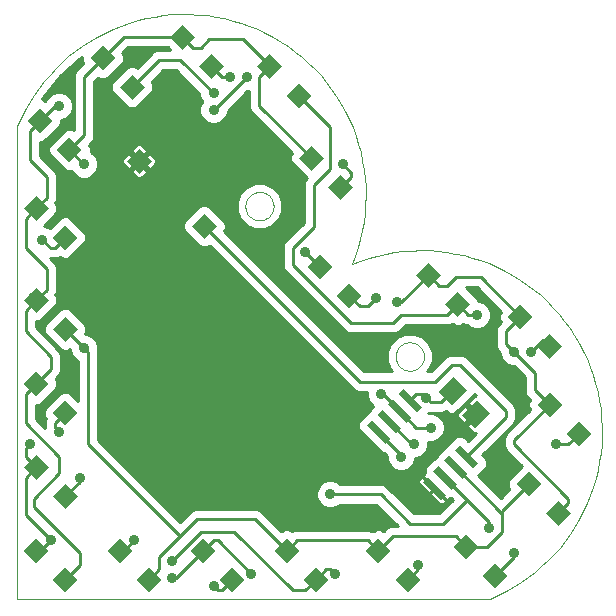
<source format=gbl>
G75*
G70*
%OFA0B0*%
%FSLAX24Y24*%
%IPPOS*%
%LPD*%
%AMOC8*
5,1,8,0,0,1.08239X$1,22.5*
%
%ADD10C,0.0000*%
%ADD11R,0.0591X0.0591*%
%ADD12R,0.0630X0.0709*%
%ADD13R,0.0240X0.0870*%
%ADD14C,0.0100*%
%ADD15C,0.0357*%
D10*
X009756Y010038D02*
X025504Y010038D01*
X025771Y010155D01*
X026032Y010285D01*
X026287Y010428D01*
X026534Y010582D01*
X026773Y010749D01*
X027005Y010927D01*
X027227Y011115D01*
X027440Y011315D01*
X027643Y011524D01*
X027835Y011743D01*
X028017Y011971D01*
X028188Y012207D01*
X028347Y012452D01*
X028494Y012704D01*
X028629Y012962D01*
X028751Y013227D01*
X028860Y013498D01*
X028956Y013773D01*
X029038Y014053D01*
X029107Y014336D01*
X029162Y014622D01*
X029203Y014911D01*
X029231Y015201D01*
X029244Y015493D01*
X029243Y015784D01*
X029228Y016076D01*
X029199Y016366D01*
X029156Y016654D01*
X029099Y016940D01*
X029028Y017223D01*
X028944Y017502D01*
X028846Y017777D01*
X028735Y018047D01*
X028611Y018311D01*
X028475Y018568D01*
X028326Y018819D01*
X028166Y019063D01*
X027994Y019298D01*
X027810Y019525D01*
X027616Y019743D01*
X027412Y019951D01*
X027198Y020148D01*
X026974Y020336D01*
X026742Y020512D01*
X026501Y020677D01*
X026253Y020830D01*
X025998Y020971D01*
X025736Y021099D01*
X025468Y021215D01*
X025195Y021317D01*
X024918Y021407D01*
X024636Y021482D01*
X024351Y021544D01*
X024063Y021592D01*
X023774Y021627D01*
X023483Y021647D01*
X023191Y021653D01*
X022900Y021645D01*
X022609Y021623D01*
X022320Y021587D01*
X022032Y021537D01*
X021748Y021473D01*
X021467Y021395D01*
X021190Y021304D01*
X020917Y021200D01*
X017357Y023123D02*
X017359Y023166D01*
X017365Y023208D01*
X017375Y023250D01*
X017388Y023291D01*
X017405Y023331D01*
X017426Y023368D01*
X017450Y023404D01*
X017477Y023437D01*
X017507Y023468D01*
X017540Y023496D01*
X017575Y023521D01*
X017612Y023542D01*
X017651Y023560D01*
X017691Y023574D01*
X017733Y023585D01*
X017775Y023592D01*
X017818Y023595D01*
X017861Y023594D01*
X017904Y023589D01*
X017946Y023580D01*
X017987Y023568D01*
X018027Y023552D01*
X018065Y023532D01*
X018101Y023509D01*
X018135Y023482D01*
X018167Y023453D01*
X018195Y023421D01*
X018221Y023386D01*
X018243Y023350D01*
X018262Y023311D01*
X018277Y023271D01*
X018289Y023230D01*
X018297Y023187D01*
X018301Y023144D01*
X018301Y023102D01*
X018297Y023059D01*
X018289Y023016D01*
X018277Y022975D01*
X018262Y022935D01*
X018243Y022896D01*
X018221Y022860D01*
X018195Y022825D01*
X018167Y022793D01*
X018135Y022764D01*
X018101Y022737D01*
X018065Y022714D01*
X018027Y022694D01*
X017987Y022678D01*
X017946Y022666D01*
X017904Y022657D01*
X017861Y022652D01*
X017818Y022651D01*
X017775Y022654D01*
X017733Y022661D01*
X017691Y022672D01*
X017651Y022686D01*
X017612Y022704D01*
X017575Y022725D01*
X017540Y022750D01*
X017507Y022778D01*
X017477Y022809D01*
X017450Y022842D01*
X017426Y022878D01*
X017405Y022915D01*
X017388Y022955D01*
X017375Y022996D01*
X017365Y023038D01*
X017359Y023080D01*
X017357Y023123D01*
X020918Y021199D02*
X021022Y021472D01*
X021113Y021749D01*
X021191Y022030D01*
X021255Y022314D01*
X021305Y022602D01*
X021341Y022891D01*
X021363Y023182D01*
X021371Y023473D01*
X021365Y023765D01*
X021345Y024056D01*
X021310Y024345D01*
X021262Y024633D01*
X021200Y024918D01*
X021125Y025200D01*
X021035Y025477D01*
X020933Y025750D01*
X020817Y026018D01*
X020689Y026280D01*
X020548Y026535D01*
X020395Y026783D01*
X020230Y027024D01*
X020054Y027256D01*
X019866Y027480D01*
X019669Y027694D01*
X019461Y027898D01*
X019243Y028092D01*
X019016Y028276D01*
X018781Y028448D01*
X018537Y028608D01*
X018286Y028757D01*
X018029Y028893D01*
X017765Y029017D01*
X017495Y029128D01*
X017220Y029226D01*
X016941Y029310D01*
X016658Y029381D01*
X016372Y029438D01*
X016084Y029481D01*
X015794Y029510D01*
X015502Y029525D01*
X015211Y029526D01*
X014919Y029513D01*
X014629Y029485D01*
X014340Y029444D01*
X014054Y029389D01*
X013771Y029320D01*
X013491Y029238D01*
X013216Y029142D01*
X012945Y029033D01*
X012680Y028911D01*
X012422Y028776D01*
X012170Y028629D01*
X011925Y028470D01*
X011689Y028299D01*
X011461Y028117D01*
X011242Y027925D01*
X011033Y027722D01*
X010833Y027509D01*
X010645Y027287D01*
X010467Y027055D01*
X010300Y026816D01*
X010146Y026569D01*
X010003Y026314D01*
X009873Y026053D01*
X009756Y025786D01*
X009756Y010038D01*
X022368Y018112D02*
X022370Y018155D01*
X022376Y018197D01*
X022386Y018239D01*
X022399Y018280D01*
X022416Y018320D01*
X022437Y018357D01*
X022461Y018393D01*
X022488Y018426D01*
X022518Y018457D01*
X022551Y018485D01*
X022586Y018510D01*
X022623Y018531D01*
X022662Y018549D01*
X022702Y018563D01*
X022744Y018574D01*
X022786Y018581D01*
X022829Y018584D01*
X022872Y018583D01*
X022915Y018578D01*
X022957Y018569D01*
X022998Y018557D01*
X023038Y018541D01*
X023076Y018521D01*
X023112Y018498D01*
X023146Y018471D01*
X023178Y018442D01*
X023206Y018410D01*
X023232Y018375D01*
X023254Y018339D01*
X023273Y018300D01*
X023288Y018260D01*
X023300Y018219D01*
X023308Y018176D01*
X023312Y018133D01*
X023312Y018091D01*
X023308Y018048D01*
X023300Y018005D01*
X023288Y017964D01*
X023273Y017924D01*
X023254Y017885D01*
X023232Y017849D01*
X023206Y017814D01*
X023178Y017782D01*
X023146Y017753D01*
X023112Y017726D01*
X023076Y017703D01*
X023038Y017683D01*
X022998Y017667D01*
X022957Y017655D01*
X022915Y017646D01*
X022872Y017641D01*
X022829Y017640D01*
X022786Y017643D01*
X022744Y017650D01*
X022702Y017661D01*
X022662Y017675D01*
X022623Y017693D01*
X022586Y017714D01*
X022551Y017739D01*
X022518Y017767D01*
X022488Y017798D01*
X022461Y017831D01*
X022437Y017867D01*
X022416Y017904D01*
X022399Y017944D01*
X022386Y017985D01*
X022376Y018027D01*
X022370Y018069D01*
X022368Y018112D01*
D11*
G36*
X020405Y020130D02*
X020822Y020547D01*
X021239Y020130D01*
X020822Y019713D01*
X020405Y020130D01*
G37*
G36*
X019431Y021104D02*
X019848Y021521D01*
X020265Y021104D01*
X019848Y020687D01*
X019431Y021104D01*
G37*
G36*
X020127Y023749D02*
X020544Y024166D01*
X020961Y023749D01*
X020544Y023332D01*
X020127Y023749D01*
G37*
G36*
X019152Y024723D02*
X019569Y025140D01*
X019986Y024723D01*
X019569Y024306D01*
X019152Y024723D01*
G37*
G36*
X018735Y026811D02*
X019152Y027228D01*
X019569Y026811D01*
X019152Y026394D01*
X018735Y026811D01*
G37*
G36*
X017760Y027786D02*
X018177Y028203D01*
X018594Y027786D01*
X018177Y027369D01*
X017760Y027786D01*
G37*
G36*
X015812Y027786D02*
X016229Y028203D01*
X016646Y027786D01*
X016229Y027369D01*
X015812Y027786D01*
G37*
G36*
X014837Y028760D02*
X015254Y029177D01*
X015671Y028760D01*
X015254Y028343D01*
X014837Y028760D01*
G37*
G36*
X013167Y027090D02*
X013584Y027507D01*
X014001Y027090D01*
X013584Y026673D01*
X013167Y027090D01*
G37*
G36*
X012193Y028064D02*
X012610Y028481D01*
X013027Y028064D01*
X012610Y027647D01*
X012193Y028064D01*
G37*
G36*
X010105Y025976D02*
X010522Y026393D01*
X010939Y025976D01*
X010522Y025559D01*
X010105Y025976D01*
G37*
G36*
X011079Y025002D02*
X011496Y025419D01*
X011913Y025002D01*
X011496Y024585D01*
X011079Y025002D01*
G37*
G36*
X009966Y023053D02*
X010383Y023470D01*
X010800Y023053D01*
X010383Y022636D01*
X009966Y023053D01*
G37*
G36*
X010940Y022079D02*
X011357Y022496D01*
X011774Y022079D01*
X011357Y021662D01*
X010940Y022079D01*
G37*
G36*
X009966Y019991D02*
X010383Y020408D01*
X010800Y019991D01*
X010383Y019574D01*
X009966Y019991D01*
G37*
G36*
X010940Y019016D02*
X011357Y019433D01*
X011774Y019016D01*
X011357Y018599D01*
X010940Y019016D01*
G37*
G36*
X009966Y017207D02*
X010383Y017624D01*
X010800Y017207D01*
X010383Y016790D01*
X009966Y017207D01*
G37*
G36*
X010940Y016233D02*
X011357Y016650D01*
X011774Y016233D01*
X011357Y015816D01*
X010940Y016233D01*
G37*
G36*
X009966Y014423D02*
X010383Y014840D01*
X010800Y014423D01*
X010383Y014006D01*
X009966Y014423D01*
G37*
G36*
X010940Y013449D02*
X011357Y013866D01*
X011774Y013449D01*
X011357Y013032D01*
X010940Y013449D01*
G37*
G36*
X009966Y011639D02*
X010383Y012056D01*
X010800Y011639D01*
X010383Y011222D01*
X009966Y011639D01*
G37*
G36*
X010940Y010665D02*
X011357Y011082D01*
X011774Y010665D01*
X011357Y010248D01*
X010940Y010665D01*
G37*
G36*
X012749Y011639D02*
X013166Y012056D01*
X013583Y011639D01*
X013166Y011222D01*
X012749Y011639D01*
G37*
G36*
X013724Y010665D02*
X014141Y011082D01*
X014558Y010665D01*
X014141Y010248D01*
X013724Y010665D01*
G37*
G36*
X015533Y011639D02*
X015950Y012056D01*
X016367Y011639D01*
X015950Y011222D01*
X015533Y011639D01*
G37*
G36*
X016508Y010665D02*
X016925Y011082D01*
X017342Y010665D01*
X016925Y010248D01*
X016508Y010665D01*
G37*
G36*
X018317Y011639D02*
X018734Y012056D01*
X019151Y011639D01*
X018734Y011222D01*
X018317Y011639D01*
G37*
G36*
X019292Y010665D02*
X019709Y011082D01*
X020126Y010665D01*
X019709Y010248D01*
X019292Y010665D01*
G37*
G36*
X021380Y011639D02*
X021797Y012056D01*
X022214Y011639D01*
X021797Y011222D01*
X021380Y011639D01*
G37*
G36*
X022354Y010665D02*
X022771Y011082D01*
X023188Y010665D01*
X022771Y010248D01*
X022354Y010665D01*
G37*
G36*
X024303Y011778D02*
X024720Y012195D01*
X025137Y011778D01*
X024720Y011361D01*
X024303Y011778D01*
G37*
G36*
X025277Y010804D02*
X025694Y011221D01*
X026111Y010804D01*
X025694Y010387D01*
X025277Y010804D01*
G37*
G36*
X027365Y012892D02*
X027782Y013309D01*
X028199Y012892D01*
X027782Y012475D01*
X027365Y012892D01*
G37*
G36*
X026391Y013866D02*
X026808Y014283D01*
X027225Y013866D01*
X026808Y013449D01*
X026391Y013866D01*
G37*
G36*
X028061Y015537D02*
X028478Y015954D01*
X028895Y015537D01*
X028478Y015120D01*
X028061Y015537D01*
G37*
G36*
X027086Y016511D02*
X027503Y016928D01*
X027920Y016511D01*
X027503Y016094D01*
X027086Y016511D01*
G37*
G36*
X027087Y018460D02*
X027504Y018877D01*
X027921Y018460D01*
X027504Y018043D01*
X027087Y018460D01*
G37*
G36*
X026112Y019434D02*
X026529Y019851D01*
X026946Y019434D01*
X026529Y019017D01*
X026112Y019434D01*
G37*
G36*
X024024Y019852D02*
X024441Y020269D01*
X024858Y019852D01*
X024441Y019435D01*
X024024Y019852D01*
G37*
G36*
X023050Y020826D02*
X023467Y021243D01*
X023884Y020826D01*
X023467Y020409D01*
X023050Y020826D01*
G37*
G36*
X015992Y022037D02*
X015575Y022454D01*
X015992Y022871D01*
X016409Y022454D01*
X015992Y022037D01*
G37*
G36*
X013821Y024209D02*
X013404Y024626D01*
X013821Y025043D01*
X014238Y024626D01*
X013821Y024209D01*
G37*
D12*
G36*
X024233Y016497D02*
X023787Y016943D01*
X024287Y017443D01*
X024733Y016997D01*
X024233Y016497D01*
G37*
G36*
X025013Y015718D02*
X024567Y016164D01*
X025067Y016664D01*
X025513Y016218D01*
X025013Y015718D01*
G37*
D13*
G36*
X024337Y015000D02*
X024507Y015170D01*
X025121Y014556D01*
X024951Y014386D01*
X024337Y015000D01*
G37*
G36*
X023983Y014647D02*
X024153Y014817D01*
X024767Y014203D01*
X024597Y014033D01*
X023983Y014647D01*
G37*
G36*
X023630Y014293D02*
X023800Y014463D01*
X024414Y013849D01*
X024244Y013679D01*
X023630Y014293D01*
G37*
G36*
X023276Y013940D02*
X023446Y014110D01*
X024060Y013496D01*
X023890Y013326D01*
X023276Y013940D01*
G37*
G36*
X021402Y015814D02*
X021572Y015984D01*
X022186Y015370D01*
X022016Y015200D01*
X021402Y015814D01*
G37*
G36*
X021756Y016167D02*
X021926Y016337D01*
X022540Y015723D01*
X022370Y015553D01*
X021756Y016167D01*
G37*
G36*
X022109Y016521D02*
X022279Y016691D01*
X022893Y016077D01*
X022723Y015907D01*
X022109Y016521D01*
G37*
G36*
X022463Y016874D02*
X022633Y017044D01*
X023247Y016430D01*
X023077Y016260D01*
X022463Y016874D01*
G37*
D14*
X022855Y016652D02*
X023062Y016859D01*
X023258Y016859D01*
X023397Y016720D01*
X023536Y016581D01*
X023871Y016581D01*
X024260Y016970D01*
X024688Y016542D02*
X024759Y016542D01*
X024746Y016555D02*
X025040Y016261D01*
X024969Y016191D01*
X024676Y016484D01*
X024446Y016255D01*
X024427Y016221D01*
X024417Y016183D01*
X024417Y016143D01*
X024427Y016105D01*
X024446Y016071D01*
X024648Y015869D01*
X024969Y016191D01*
X025040Y016120D01*
X024718Y015799D01*
X024920Y015598D01*
X024954Y015578D01*
X024992Y015568D01*
X025032Y015568D01*
X025039Y015570D01*
X024778Y015309D01*
X024670Y015417D01*
X024564Y015461D01*
X024448Y015461D01*
X024342Y015417D01*
X024091Y015165D01*
X024061Y015093D01*
X023988Y015063D01*
X023737Y014812D01*
X023707Y014740D01*
X023635Y014710D01*
X023383Y014458D01*
X023339Y014352D01*
X023339Y014236D01*
X023345Y014222D01*
X023262Y014139D01*
X023668Y013732D01*
X023654Y013718D01*
X023247Y014124D01*
X023156Y014033D01*
X023136Y013998D01*
X023126Y013960D01*
X023126Y013921D01*
X023136Y013883D01*
X023156Y013848D01*
X023470Y013534D01*
X023654Y013718D01*
X023668Y013703D01*
X023484Y013520D01*
X023799Y013205D01*
X023833Y013186D01*
X023871Y013175D01*
X023911Y013175D01*
X023949Y013186D01*
X023983Y013205D01*
X024075Y013297D01*
X023668Y013703D01*
X023682Y013718D01*
X024089Y013311D01*
X024172Y013395D01*
X024187Y013389D01*
X024167Y013389D01*
X024187Y013389D02*
X024223Y013389D01*
X024271Y013341D01*
X023813Y012884D01*
X022981Y012884D01*
X022154Y013711D01*
X022059Y013806D01*
X021934Y013858D01*
X020518Y013858D01*
X020461Y013915D01*
X020289Y013987D01*
X020103Y013987D01*
X019930Y013915D01*
X019799Y013784D01*
X019727Y013611D01*
X019727Y013425D01*
X019799Y013253D01*
X019930Y013121D01*
X020103Y013050D01*
X020289Y013050D01*
X020461Y013121D01*
X020518Y013178D01*
X021725Y013178D01*
X022437Y012466D01*
X022216Y012466D01*
X022212Y012465D01*
X022091Y012415D01*
X021970Y012293D01*
X021961Y012303D01*
X021854Y012347D01*
X021739Y012347D01*
X021632Y012303D01*
X021616Y012286D01*
X021552Y012312D01*
X021516Y012327D01*
X021381Y012327D01*
X019015Y012327D01*
X019011Y012326D01*
X018915Y012286D01*
X018899Y012303D01*
X018792Y012347D01*
X018677Y012347D01*
X018570Y012303D01*
X018561Y012293D01*
X017978Y012876D01*
X017883Y012971D01*
X017758Y013023D01*
X015674Y013023D01*
X015549Y012971D01*
X015453Y012876D01*
X015185Y012607D01*
X012462Y015329D01*
X012462Y018183D01*
X012462Y018319D01*
X012452Y018345D01*
X012452Y018483D01*
X012380Y018655D01*
X012249Y018787D01*
X012076Y018858D01*
X012023Y018858D01*
X012064Y018959D01*
X012064Y019074D01*
X012020Y019181D01*
X011521Y019680D01*
X011415Y019724D01*
X011299Y019724D01*
X011193Y019680D01*
X010694Y019181D01*
X010649Y019074D01*
X010649Y018959D01*
X010694Y018852D01*
X011193Y018353D01*
X011299Y018309D01*
X011415Y018309D01*
X011515Y018350D01*
X011515Y018297D01*
X011586Y018125D01*
X011718Y017993D01*
X011783Y017966D01*
X011783Y016635D01*
X011521Y016896D01*
X011415Y016940D01*
X011299Y016940D01*
X011193Y016896D01*
X010694Y016397D01*
X010649Y016290D01*
X010649Y016175D01*
X010694Y016068D01*
X010710Y016052D01*
X010669Y015952D01*
X010669Y015813D01*
X010669Y015731D01*
X010375Y016025D01*
X010375Y016499D01*
X010440Y016499D01*
X010547Y016543D01*
X011046Y017043D01*
X011090Y017149D01*
X011090Y017265D01*
X011046Y017371D01*
X011037Y017380D01*
X011158Y017501D01*
X011194Y017589D01*
X011210Y017626D01*
X011783Y017626D01*
X011783Y017528D02*
X011169Y017528D01*
X011210Y017626D02*
X011210Y018044D01*
X011210Y018179D01*
X011195Y018215D01*
X011158Y018304D01*
X010375Y019088D01*
X010375Y019283D01*
X010440Y019283D01*
X010547Y019327D01*
X011046Y019826D01*
X011090Y019933D01*
X011090Y020048D01*
X011046Y020155D01*
X011029Y020172D01*
X011055Y020234D01*
X011071Y020271D01*
X011071Y021102D01*
X011019Y021227D01*
X010923Y021323D01*
X010855Y021391D01*
X010937Y021391D01*
X011077Y021391D01*
X011114Y021406D01*
X011176Y021432D01*
X011193Y021415D01*
X011299Y021371D01*
X011415Y021371D01*
X011521Y021415D01*
X012020Y021914D01*
X012064Y022021D01*
X012064Y022136D01*
X012020Y022243D01*
X011521Y022742D01*
X011415Y022786D01*
X011299Y022786D01*
X011193Y022742D01*
X010857Y022406D01*
X010857Y022406D01*
X010685Y022477D01*
X010635Y022477D01*
X011046Y022889D01*
X011090Y022995D01*
X011090Y023111D01*
X011046Y023217D01*
X011029Y023234D01*
X011055Y023296D01*
X011071Y023333D01*
X011071Y024165D01*
X011054Y024203D01*
X011019Y024290D01*
X010514Y024795D01*
X010514Y025269D01*
X010579Y025269D01*
X010686Y025313D01*
X011185Y025812D01*
X011229Y025918D01*
X011229Y025995D01*
X011241Y025995D01*
X011413Y026066D01*
X011545Y026198D01*
X011617Y026370D01*
X011617Y026556D01*
X011545Y026729D01*
X011413Y026860D01*
X011241Y026932D01*
X011055Y026932D01*
X010883Y026860D01*
X010751Y026729D01*
X010721Y026656D01*
X010695Y026630D01*
X010686Y026640D01*
X010579Y026684D01*
X010572Y026684D01*
X010643Y026804D01*
X011189Y027466D01*
X011828Y028040D01*
X011902Y028089D01*
X011902Y028006D01*
X011946Y027900D01*
X011955Y027891D01*
X011695Y027630D01*
X011643Y027505D01*
X011643Y027370D01*
X011643Y025672D01*
X011554Y025709D01*
X011438Y025709D01*
X011332Y025665D01*
X010833Y025166D01*
X010789Y025059D01*
X010789Y024944D01*
X010833Y024837D01*
X011332Y024338D01*
X011438Y024294D01*
X011554Y024294D01*
X011566Y024299D01*
X011586Y024249D01*
X011718Y024117D01*
X011890Y024046D01*
X012076Y024046D01*
X012249Y024117D01*
X012380Y024249D01*
X012452Y024421D01*
X012452Y024608D01*
X012380Y024780D01*
X012249Y024912D01*
X012199Y024932D01*
X012204Y024944D01*
X012204Y025059D01*
X012160Y025166D01*
X012150Y025175D01*
X012272Y025296D01*
X012308Y025384D01*
X012323Y025421D01*
X012323Y027297D01*
X012436Y027410D01*
X012445Y027401D01*
X012552Y027356D01*
X012667Y027356D01*
X012774Y027401D01*
X013273Y027900D01*
X013317Y028006D01*
X013317Y028122D01*
X013273Y028228D01*
X013264Y028237D01*
X013446Y028420D01*
X014767Y028420D01*
X014852Y028334D01*
X014421Y028334D01*
X014296Y028283D01*
X014201Y028187D01*
X013757Y027744D01*
X013748Y027753D01*
X013642Y027797D01*
X013526Y027797D01*
X013420Y027753D01*
X012921Y027254D01*
X012876Y027147D01*
X012876Y027032D01*
X012921Y026925D01*
X013420Y026426D01*
X013526Y026382D01*
X013642Y026382D01*
X013748Y026426D01*
X014247Y026925D01*
X014292Y027032D01*
X014292Y027147D01*
X014247Y027254D01*
X014238Y027263D01*
X014630Y027654D01*
X015044Y027654D01*
X015830Y026869D01*
X015830Y026788D01*
X015901Y026616D01*
X015914Y026603D01*
X015901Y026589D01*
X015830Y026417D01*
X015830Y026231D01*
X015901Y026059D01*
X016033Y025927D01*
X016205Y025856D01*
X016391Y025856D01*
X016564Y025927D01*
X016695Y026059D01*
X016767Y026231D01*
X016767Y026312D01*
X017424Y026969D01*
X017489Y026969D01*
X017489Y026531D01*
X017489Y026396D01*
X017541Y026271D01*
X018915Y024897D01*
X018906Y024888D01*
X018862Y024781D01*
X018862Y024666D01*
X018906Y024559D01*
X019402Y024063D01*
X019351Y024011D01*
X019299Y023886D01*
X019299Y023751D01*
X019299Y022567D01*
X018655Y021923D01*
X018618Y021834D01*
X018603Y021798D01*
X018603Y021663D01*
X018603Y021106D01*
X018655Y020981D01*
X018750Y020886D01*
X020604Y019033D01*
X020699Y018937D01*
X020824Y018885D01*
X022351Y018885D01*
X022476Y018937D01*
X022572Y019033D01*
X022703Y019164D01*
X024161Y019164D01*
X024198Y019179D01*
X024260Y019205D01*
X024277Y019188D01*
X024384Y019144D01*
X024499Y019144D01*
X024605Y019188D01*
X024622Y019205D01*
X024721Y019164D01*
X024745Y019164D01*
X024802Y019106D01*
X024974Y019035D01*
X025161Y019035D01*
X025333Y019106D01*
X025465Y019238D01*
X025536Y019410D01*
X025536Y019597D01*
X025865Y019597D01*
X025866Y019598D02*
X025822Y019492D01*
X025822Y019376D01*
X025866Y019270D01*
X025875Y019261D01*
X025754Y019139D01*
X025703Y019018D01*
X025702Y019014D01*
X025702Y018597D01*
X025702Y018462D01*
X025754Y018337D01*
X025852Y018238D01*
X025852Y018158D01*
X025923Y017986D01*
X026055Y017854D01*
X026227Y017782D01*
X026308Y017782D01*
X026676Y017414D01*
X026676Y016930D01*
X026694Y016889D01*
X026728Y016806D01*
X026849Y016684D01*
X026840Y016675D01*
X026796Y016569D01*
X026796Y016453D01*
X026840Y016347D01*
X026849Y016337D01*
X026128Y015616D01*
X026032Y015520D01*
X025980Y015395D01*
X025980Y015121D01*
X026032Y014996D01*
X026128Y014900D01*
X026571Y014457D01*
X026144Y014030D01*
X026100Y013924D01*
X026100Y013809D01*
X026144Y013702D01*
X026153Y013693D01*
X025871Y013410D01*
X025128Y014153D01*
X025367Y014391D01*
X025411Y014498D01*
X025411Y014613D01*
X025367Y014720D01*
X025259Y014828D01*
X026308Y015877D01*
X026330Y015899D01*
X026382Y016024D01*
X026382Y016370D01*
X026330Y016495D01*
X026234Y016590D01*
X024799Y018026D01*
X024703Y018121D01*
X024578Y018173D01*
X024165Y018173D01*
X024040Y018121D01*
X023944Y018026D01*
X023944Y018026D01*
X023535Y017616D01*
X023423Y017616D01*
X023487Y017680D01*
X023603Y017960D01*
X023603Y018263D01*
X023487Y018544D01*
X023272Y018758D01*
X022992Y018874D01*
X022689Y018874D01*
X022409Y018758D01*
X022194Y018544D01*
X022078Y018263D01*
X022078Y017960D01*
X022194Y017680D01*
X022257Y017616D01*
X021311Y017616D01*
X016646Y022281D01*
X016656Y022290D01*
X016700Y022397D01*
X016700Y022512D01*
X016656Y022619D01*
X016156Y023118D01*
X016050Y023162D01*
X015934Y023162D01*
X015828Y023118D01*
X015329Y022619D01*
X015285Y022512D01*
X015285Y022397D01*
X015329Y022290D01*
X015828Y021791D01*
X015934Y021747D01*
X016050Y021747D01*
X016156Y021791D01*
X016166Y021800D01*
X020882Y017084D01*
X020978Y016988D01*
X021102Y016936D01*
X021398Y016936D01*
X012462Y016936D01*
X012462Y016838D02*
X021398Y016838D01*
X021398Y016766D02*
X021469Y016594D01*
X021601Y016462D01*
X021628Y016451D01*
X021510Y016332D01*
X021480Y016260D01*
X021407Y016230D01*
X021156Y015979D01*
X021112Y015872D01*
X021112Y015757D01*
X021156Y015650D01*
X021853Y014953D01*
X021959Y014909D01*
X021996Y014909D01*
X022094Y014811D01*
X022094Y014678D01*
X022165Y014506D01*
X022297Y014374D01*
X022469Y014303D01*
X022655Y014303D01*
X022827Y014374D01*
X022959Y014506D01*
X023030Y014678D01*
X023030Y014720D01*
X023073Y014720D01*
X023245Y014791D01*
X023377Y014923D01*
X023448Y015095D01*
X023448Y015277D01*
X023630Y015277D01*
X023802Y015348D01*
X023934Y015480D01*
X024005Y015652D01*
X024005Y015839D01*
X023934Y016011D01*
X023802Y016142D01*
X023630Y016214D01*
X023443Y016214D01*
X023441Y016213D01*
X023469Y016241D01*
X023604Y016241D01*
X023938Y016241D01*
X023976Y016256D01*
X024038Y016282D01*
X024068Y016251D01*
X024175Y016207D01*
X024290Y016207D01*
X024397Y016251D01*
X024979Y016834D01*
X024994Y016869D01*
X025049Y016814D01*
X025048Y016814D01*
X025010Y016804D01*
X024975Y016784D01*
X024746Y016555D01*
X024786Y016641D02*
X024832Y016641D01*
X024885Y016739D02*
X024931Y016739D01*
X024981Y016838D02*
X025025Y016838D01*
X024857Y016444D02*
X024716Y016444D01*
X024635Y016444D02*
X024589Y016444D01*
X024537Y016345D02*
X024491Y016345D01*
X024442Y016247D02*
X024386Y016247D01*
X024417Y016148D02*
X023788Y016148D01*
X023895Y016050D02*
X024468Y016050D01*
X024566Y015951D02*
X023958Y015951D01*
X023999Y015852D02*
X024772Y015852D01*
X024763Y015754D02*
X024005Y015754D01*
X024005Y015655D02*
X024862Y015655D01*
X025026Y015557D02*
X023965Y015557D01*
X023912Y015458D02*
X024442Y015458D01*
X024570Y015458D02*
X024928Y015458D01*
X024829Y015360D02*
X024727Y015360D01*
X024285Y015360D02*
X023813Y015360D01*
X024089Y015163D02*
X023448Y015163D01*
X023448Y015261D02*
X024186Y015261D01*
X023991Y015064D02*
X023435Y015064D01*
X023394Y014966D02*
X023891Y014966D01*
X023792Y014867D02*
X023321Y014867D01*
X023190Y014769D02*
X023719Y014769D01*
X023595Y014670D02*
X023027Y014670D01*
X022986Y014571D02*
X023497Y014571D01*
X023398Y014473D02*
X022926Y014473D01*
X022828Y014374D02*
X023349Y014374D01*
X023339Y014276D02*
X013516Y014276D01*
X013418Y014374D02*
X022296Y014374D01*
X022198Y014473D02*
X013319Y014473D01*
X013220Y014571D02*
X022138Y014571D01*
X022097Y014670D02*
X013122Y014670D01*
X013023Y014769D02*
X022094Y014769D01*
X022038Y014867D02*
X012925Y014867D01*
X012826Y014966D02*
X021840Y014966D01*
X021742Y015064D02*
X012728Y015064D01*
X012629Y015163D02*
X021643Y015163D01*
X021545Y015261D02*
X012531Y015261D01*
X012462Y015360D02*
X021446Y015360D01*
X021348Y015458D02*
X012462Y015458D01*
X012462Y015557D02*
X021249Y015557D01*
X021154Y015655D02*
X012462Y015655D01*
X012462Y015754D02*
X021113Y015754D01*
X021112Y015852D02*
X012462Y015852D01*
X012462Y015951D02*
X021145Y015951D01*
X021227Y016050D02*
X012462Y016050D01*
X012462Y016148D02*
X021326Y016148D01*
X021448Y016247D02*
X012462Y016247D01*
X012462Y016345D02*
X021523Y016345D01*
X021621Y016444D02*
X012462Y016444D01*
X012462Y016542D02*
X021520Y016542D01*
X021449Y016641D02*
X012462Y016641D01*
X012462Y016739D02*
X021409Y016739D01*
X021398Y016766D02*
X021398Y016936D01*
X021170Y017276D02*
X023676Y017276D01*
X024232Y017833D01*
X024511Y017833D01*
X026042Y016302D01*
X026042Y016092D01*
X024729Y014778D01*
X024375Y014425D02*
X025897Y012903D01*
X025903Y012903D01*
X025903Y012961D01*
X026808Y013866D01*
X026389Y014276D02*
X025251Y014276D01*
X025153Y014177D02*
X026291Y014177D01*
X026192Y014079D02*
X025202Y014079D01*
X025301Y013980D02*
X026123Y013980D01*
X026100Y013882D02*
X025399Y013882D01*
X025498Y013783D02*
X026110Y013783D01*
X026145Y013685D02*
X025596Y013685D01*
X025695Y013586D02*
X026046Y013586D01*
X025948Y013487D02*
X025793Y013487D01*
X025903Y012903D02*
X025903Y012266D01*
X025416Y011778D01*
X024720Y011778D01*
X024372Y012126D01*
X022284Y012126D01*
X021797Y011639D01*
X021449Y011987D01*
X019082Y011987D01*
X018734Y011639D01*
X017690Y012683D01*
X015742Y012683D01*
X015185Y012126D01*
X014489Y011430D01*
X014489Y011013D01*
X014141Y010665D01*
X014906Y010734D02*
X015046Y010734D01*
X015950Y011639D01*
X016298Y011987D01*
X016438Y011987D01*
X017551Y010874D01*
X016925Y010665D02*
X016577Y010317D01*
X016438Y010317D01*
X016298Y010456D01*
X014906Y011291D02*
X015881Y012266D01*
X016994Y012266D01*
X018943Y010317D01*
X019361Y010317D01*
X019709Y010665D01*
X020057Y011013D01*
X020196Y011013D01*
X020335Y010874D01*
X021516Y012327D02*
X021516Y012327D01*
X021570Y012305D02*
X021638Y012305D01*
X021955Y012305D02*
X021981Y012305D01*
X022080Y012403D02*
X018451Y012403D01*
X018549Y012305D02*
X018576Y012305D01*
X018352Y012502D02*
X022402Y012502D01*
X022303Y012601D02*
X018254Y012601D01*
X018155Y012699D02*
X022204Y012699D01*
X022106Y012798D02*
X018056Y012798D01*
X017958Y012896D02*
X022007Y012896D01*
X021909Y012995D02*
X017826Y012995D01*
X018893Y012305D02*
X018961Y012305D01*
X019860Y013192D02*
X014600Y013192D01*
X014501Y013290D02*
X019783Y013290D01*
X019742Y013389D02*
X014403Y013389D01*
X014304Y013487D02*
X019727Y013487D01*
X019727Y013586D02*
X014206Y013586D01*
X014107Y013685D02*
X019758Y013685D01*
X019798Y013783D02*
X014009Y013783D01*
X013910Y013882D02*
X019897Y013882D01*
X020087Y013980D02*
X013812Y013980D01*
X013713Y014079D02*
X023202Y014079D01*
X023293Y014079D02*
X023321Y014079D01*
X023300Y014177D02*
X013615Y014177D01*
X014699Y013093D02*
X019998Y013093D01*
X020394Y013093D02*
X021810Y013093D01*
X021866Y013518D02*
X022840Y012544D01*
X023954Y012544D01*
X024752Y013341D01*
X025485Y012608D01*
X025485Y012405D01*
X026320Y011570D02*
X026320Y011430D01*
X025694Y010804D01*
X023826Y012896D02*
X022969Y012896D01*
X022870Y012995D02*
X023924Y012995D01*
X024023Y013093D02*
X022772Y013093D01*
X022673Y013192D02*
X023822Y013192D01*
X023960Y013192D02*
X024121Y013192D01*
X024068Y013290D02*
X024220Y013290D01*
X024011Y013389D02*
X023983Y013389D01*
X023913Y013487D02*
X023884Y013487D01*
X023814Y013586D02*
X023786Y013586D01*
X023716Y013685D02*
X023687Y013685D01*
X023649Y013685D02*
X023621Y013685D01*
X023617Y013783D02*
X023589Y013783D01*
X023519Y013882D02*
X023490Y013882D01*
X023420Y013980D02*
X023392Y013980D01*
X023221Y013783D02*
X022082Y013783D01*
X022181Y013685D02*
X023320Y013685D01*
X023418Y013586D02*
X022279Y013586D01*
X022378Y013487D02*
X023517Y013487D01*
X023522Y013586D02*
X023551Y013586D01*
X023615Y013389D02*
X022476Y013389D01*
X022575Y013290D02*
X023714Y013290D01*
X023137Y013882D02*
X020495Y013882D01*
X020305Y013980D02*
X023131Y013980D01*
X024022Y014071D02*
X024752Y013341D01*
X025350Y014374D02*
X026488Y014374D01*
X026555Y014473D02*
X025401Y014473D01*
X025411Y014571D02*
X026457Y014571D01*
X026358Y014670D02*
X025388Y014670D01*
X025319Y014769D02*
X026260Y014769D01*
X026161Y014867D02*
X025298Y014867D01*
X025397Y014966D02*
X026062Y014966D01*
X026004Y015064D02*
X025495Y015064D01*
X025594Y015163D02*
X025980Y015163D01*
X025980Y015261D02*
X025692Y015261D01*
X025791Y015360D02*
X025980Y015360D01*
X026006Y015458D02*
X025889Y015458D01*
X025988Y015557D02*
X026069Y015557D01*
X026086Y015655D02*
X026167Y015655D01*
X026185Y015754D02*
X026266Y015754D01*
X026284Y015852D02*
X026364Y015852D01*
X026352Y015951D02*
X026463Y015951D01*
X026382Y016050D02*
X026561Y016050D01*
X026660Y016148D02*
X026382Y016148D01*
X026382Y016247D02*
X026758Y016247D01*
X026841Y016345D02*
X026382Y016345D01*
X026351Y016444D02*
X026800Y016444D01*
X026796Y016542D02*
X026283Y016542D01*
X026234Y016590D02*
X026234Y016590D01*
X026184Y016641D02*
X026826Y016641D01*
X026794Y016739D02*
X026085Y016739D01*
X025987Y016838D02*
X026715Y016838D01*
X026676Y016936D02*
X025888Y016936D01*
X025790Y017035D02*
X026676Y017035D01*
X026676Y017134D02*
X025691Y017134D01*
X025593Y017232D02*
X026676Y017232D01*
X026676Y017331D02*
X025494Y017331D01*
X025396Y017429D02*
X026661Y017429D01*
X026563Y017528D02*
X025297Y017528D01*
X025199Y017626D02*
X026464Y017626D01*
X026366Y017725D02*
X025100Y017725D01*
X025001Y017823D02*
X026128Y017823D01*
X025987Y017922D02*
X024903Y017922D01*
X024804Y018020D02*
X025909Y018020D01*
X025868Y018119D02*
X024706Y018119D01*
X024799Y018026D02*
X024799Y018026D01*
X024037Y018119D02*
X023603Y018119D01*
X023603Y018218D02*
X025852Y018218D01*
X025774Y018316D02*
X023581Y018316D01*
X023540Y018415D02*
X025721Y018415D01*
X025702Y018513D02*
X023499Y018513D01*
X023419Y018612D02*
X025702Y018612D01*
X025702Y018710D02*
X023320Y018710D01*
X023150Y018809D02*
X025702Y018809D01*
X025702Y018907D02*
X022405Y018907D01*
X022531Y018809D02*
X020119Y018809D01*
X020217Y018710D02*
X022361Y018710D01*
X022262Y018612D02*
X020316Y018612D01*
X020414Y018513D02*
X022182Y018513D01*
X022141Y018415D02*
X020513Y018415D01*
X020611Y018316D02*
X022100Y018316D01*
X022078Y018218D02*
X020710Y018218D01*
X020808Y018119D02*
X022078Y018119D01*
X022078Y018020D02*
X020907Y018020D01*
X021005Y017922D02*
X022094Y017922D01*
X022135Y017823D02*
X021104Y017823D01*
X021203Y017725D02*
X022175Y017725D01*
X022248Y017626D02*
X021301Y017626D01*
X021170Y017276D02*
X015992Y022454D01*
X015558Y022061D02*
X012064Y022061D01*
X012055Y022159D02*
X015460Y022159D01*
X015361Y022258D02*
X012006Y022258D01*
X011907Y022356D02*
X015301Y022356D01*
X015285Y022455D02*
X011808Y022455D01*
X011710Y022553D02*
X015302Y022553D01*
X015362Y022652D02*
X011611Y022652D01*
X011501Y022751D02*
X015460Y022751D01*
X015559Y022849D02*
X011006Y022849D01*
X011070Y022948D02*
X015658Y022948D01*
X015756Y023046D02*
X011090Y023046D01*
X011076Y023145D02*
X015893Y023145D01*
X016092Y023145D02*
X017067Y023145D01*
X017067Y023243D02*
X011033Y023243D01*
X011071Y023342D02*
X017095Y023342D01*
X017067Y023274D02*
X017067Y022971D01*
X017183Y022691D01*
X017398Y022476D01*
X017678Y022360D01*
X017981Y022360D01*
X018261Y022476D01*
X018476Y022691D01*
X018592Y022971D01*
X018592Y023274D01*
X018476Y023555D01*
X018261Y023769D01*
X017981Y023885D01*
X017678Y023885D01*
X017398Y023769D01*
X017183Y023555D01*
X017067Y023274D01*
X017136Y023440D02*
X011071Y023440D01*
X011071Y023539D02*
X017177Y023539D01*
X017266Y023637D02*
X011071Y023637D01*
X011071Y023736D02*
X017364Y023736D01*
X017556Y023834D02*
X011071Y023834D01*
X011071Y023933D02*
X019318Y023933D01*
X019299Y023834D02*
X018103Y023834D01*
X018294Y023736D02*
X019299Y023736D01*
X019299Y023637D02*
X018393Y023637D01*
X018482Y023539D02*
X019299Y023539D01*
X019299Y023440D02*
X018523Y023440D01*
X018564Y023342D02*
X019299Y023342D01*
X019299Y023243D02*
X018592Y023243D01*
X018592Y023145D02*
X019299Y023145D01*
X019299Y023046D02*
X018592Y023046D01*
X018582Y022948D02*
X019299Y022948D01*
X019299Y022849D02*
X018541Y022849D01*
X018501Y022751D02*
X019299Y022751D01*
X019299Y022652D02*
X018437Y022652D01*
X018338Y022553D02*
X019285Y022553D01*
X019186Y022455D02*
X018210Y022455D01*
X018694Y021962D02*
X016965Y021962D01*
X016867Y022061D02*
X018792Y022061D01*
X018891Y022159D02*
X016768Y022159D01*
X016670Y022258D02*
X018989Y022258D01*
X019088Y022356D02*
X016683Y022356D01*
X016700Y022455D02*
X017449Y022455D01*
X017320Y022553D02*
X016683Y022553D01*
X016622Y022652D02*
X017222Y022652D01*
X017158Y022751D02*
X016524Y022751D01*
X016425Y022849D02*
X017117Y022849D01*
X017077Y022948D02*
X016327Y022948D01*
X016228Y023046D02*
X017067Y023046D01*
X017064Y021864D02*
X018630Y021864D01*
X018603Y021798D02*
X018603Y021798D01*
X018603Y021765D02*
X017162Y021765D01*
X017261Y021667D02*
X018603Y021667D01*
X018603Y021568D02*
X017359Y021568D01*
X017458Y021469D02*
X018603Y021469D01*
X018603Y021371D02*
X017556Y021371D01*
X017655Y021272D02*
X018603Y021272D01*
X018603Y021174D02*
X017754Y021174D01*
X017852Y021075D02*
X018616Y021075D01*
X018659Y020977D02*
X017951Y020977D01*
X018049Y020878D02*
X018758Y020878D01*
X018856Y020780D02*
X018148Y020780D01*
X018246Y020681D02*
X018955Y020681D01*
X019054Y020583D02*
X018345Y020583D01*
X018443Y020484D02*
X019152Y020484D01*
X019251Y020385D02*
X018542Y020385D01*
X018640Y020287D02*
X019349Y020287D01*
X019448Y020188D02*
X018739Y020188D01*
X018838Y020090D02*
X019546Y020090D01*
X019645Y019991D02*
X018936Y019991D01*
X019035Y019893D02*
X019743Y019893D01*
X019842Y019794D02*
X019133Y019794D01*
X019232Y019696D02*
X019940Y019696D01*
X020039Y019597D02*
X019330Y019597D01*
X019429Y019499D02*
X020138Y019499D01*
X020236Y019400D02*
X019527Y019400D01*
X019626Y019301D02*
X020335Y019301D01*
X020433Y019203D02*
X019724Y019203D01*
X019823Y019104D02*
X020532Y019104D01*
X020604Y019033D02*
X020604Y019033D01*
X020630Y019006D02*
X019921Y019006D01*
X020020Y018907D02*
X020771Y018907D01*
X020892Y019225D02*
X018943Y021174D01*
X018943Y021731D01*
X019639Y022427D01*
X019639Y023819D01*
X020196Y024375D01*
X020196Y025767D01*
X019152Y026811D01*
X018177Y027786D02*
X017273Y028690D01*
X016159Y028690D01*
X015881Y028412D01*
X015602Y028412D01*
X015254Y028760D01*
X013306Y028760D01*
X012610Y028064D01*
X011983Y027438D01*
X011983Y025489D01*
X011496Y025002D01*
X011983Y024515D01*
X012413Y024327D02*
X013593Y024327D01*
X013541Y024276D02*
X013729Y024088D01*
X013763Y024069D01*
X013801Y024058D01*
X013840Y024058D01*
X013879Y024069D01*
X013913Y024088D01*
X014100Y024276D01*
X013821Y024555D01*
X013891Y024626D01*
X013821Y024697D01*
X014100Y024976D01*
X013913Y025164D01*
X013879Y025183D01*
X013840Y025193D01*
X013801Y025193D01*
X013763Y025183D01*
X013729Y025164D01*
X013541Y024976D01*
X013821Y024697D01*
X013750Y024626D01*
X013471Y024905D01*
X013283Y024718D01*
X013263Y024684D01*
X013253Y024646D01*
X013253Y024606D01*
X013263Y024568D01*
X013283Y024534D01*
X013470Y024346D01*
X013750Y024626D01*
X013821Y024555D01*
X013541Y024276D01*
X013588Y024229D02*
X012360Y024229D01*
X012261Y024130D02*
X013687Y024130D01*
X013954Y024130D02*
X019335Y024130D01*
X019371Y024032D02*
X011071Y024032D01*
X011071Y024130D02*
X011705Y024130D01*
X011607Y024229D02*
X011044Y024229D01*
X010981Y024327D02*
X011359Y024327D01*
X011244Y024426D02*
X010883Y024426D01*
X010784Y024524D02*
X011146Y024524D01*
X011047Y024623D02*
X010686Y024623D01*
X010587Y024721D02*
X010949Y024721D01*
X010850Y024820D02*
X010514Y024820D01*
X010514Y024918D02*
X010799Y024918D01*
X010789Y025017D02*
X010514Y025017D01*
X010514Y025116D02*
X010812Y025116D01*
X010881Y025214D02*
X010514Y025214D01*
X010686Y025313D02*
X010979Y025313D01*
X011078Y025411D02*
X010784Y025411D01*
X010883Y025510D02*
X011176Y025510D01*
X011275Y025608D02*
X010982Y025608D01*
X011080Y025707D02*
X011432Y025707D01*
X011560Y025707D02*
X011643Y025707D01*
X011643Y025805D02*
X011179Y025805D01*
X011223Y025904D02*
X011643Y025904D01*
X011643Y026002D02*
X011259Y026002D01*
X011448Y026101D02*
X011643Y026101D01*
X011643Y026200D02*
X011546Y026200D01*
X011587Y026298D02*
X011643Y026298D01*
X011643Y026397D02*
X011617Y026397D01*
X011617Y026495D02*
X011643Y026495D01*
X011643Y026594D02*
X011601Y026594D01*
X011560Y026692D02*
X011643Y026692D01*
X011643Y026791D02*
X011483Y026791D01*
X011344Y026889D02*
X011643Y026889D01*
X011643Y026988D02*
X010795Y026988D01*
X010714Y026889D02*
X010953Y026889D01*
X010813Y026791D02*
X010636Y026791D01*
X010577Y026692D02*
X010736Y026692D01*
X011009Y026463D02*
X011148Y026463D01*
X011009Y026463D02*
X010522Y025976D01*
X010174Y025628D01*
X010174Y024654D01*
X010731Y024097D01*
X010731Y023401D01*
X010383Y023053D01*
X010035Y022705D01*
X010035Y021731D01*
X010731Y021035D01*
X010731Y020339D01*
X010383Y019991D01*
X010035Y019643D01*
X010035Y018947D01*
X010870Y018112D01*
X010870Y017694D01*
X010383Y017207D01*
X010035Y016859D01*
X010035Y015885D01*
X011148Y014771D01*
X011148Y014214D01*
X010313Y013379D01*
X010313Y013101D01*
X011844Y011570D01*
X011844Y011152D01*
X011357Y010665D01*
X010522Y011639D02*
X010383Y011639D01*
X010522Y011639D02*
X010870Y011987D01*
X010035Y012822D01*
X010035Y014075D01*
X010383Y014423D01*
X010035Y014771D01*
X010035Y015049D01*
X010174Y015189D01*
X010646Y015754D02*
X010669Y015754D01*
X010669Y015852D02*
X010547Y015852D01*
X010449Y015951D02*
X010669Y015951D01*
X010669Y015952D02*
X010669Y015952D01*
X010709Y016050D02*
X010375Y016050D01*
X010375Y016148D02*
X010660Y016148D01*
X010649Y016247D02*
X010375Y016247D01*
X010375Y016345D02*
X010672Y016345D01*
X010741Y016444D02*
X010375Y016444D01*
X010544Y016542D02*
X010839Y016542D01*
X010938Y016641D02*
X010644Y016641D01*
X010743Y016739D02*
X011036Y016739D01*
X011135Y016838D02*
X010841Y016838D01*
X010940Y016936D02*
X011291Y016936D01*
X011423Y016936D02*
X011783Y016936D01*
X011783Y016838D02*
X011579Y016838D01*
X011678Y016739D02*
X011783Y016739D01*
X011776Y016641D02*
X011783Y016641D01*
X011357Y016233D02*
X011009Y015885D01*
X011009Y015745D01*
X011148Y015606D01*
X012123Y015189D02*
X012123Y018251D01*
X011983Y018390D01*
X011357Y019016D01*
X010913Y019400D02*
X010620Y019400D01*
X010718Y019499D02*
X011011Y019499D01*
X011110Y019597D02*
X010817Y019597D01*
X010915Y019696D02*
X011231Y019696D01*
X011014Y019794D02*
X018172Y019794D01*
X018270Y019696D02*
X011483Y019696D01*
X011604Y019597D02*
X018369Y019597D01*
X018467Y019499D02*
X011702Y019499D01*
X011801Y019400D02*
X018566Y019400D01*
X018664Y019301D02*
X011900Y019301D01*
X011998Y019203D02*
X018763Y019203D01*
X018861Y019104D02*
X012052Y019104D01*
X012064Y019006D02*
X018960Y019006D01*
X019058Y018907D02*
X012043Y018907D01*
X012196Y018809D02*
X019157Y018809D01*
X019256Y018710D02*
X012326Y018710D01*
X012399Y018612D02*
X019354Y018612D01*
X019453Y018513D02*
X012439Y018513D01*
X012452Y018415D02*
X019551Y018415D01*
X019650Y018316D02*
X012462Y018316D01*
X012462Y018218D02*
X019748Y018218D01*
X019847Y018119D02*
X012462Y018119D01*
X012462Y018020D02*
X019945Y018020D01*
X020044Y017922D02*
X012462Y017922D01*
X012462Y017823D02*
X020142Y017823D01*
X020241Y017725D02*
X012462Y017725D01*
X012462Y017626D02*
X020340Y017626D01*
X020438Y017528D02*
X012462Y017528D01*
X012462Y017429D02*
X020537Y017429D01*
X020635Y017331D02*
X012462Y017331D01*
X012462Y017232D02*
X020734Y017232D01*
X020832Y017134D02*
X012462Y017134D01*
X012462Y017035D02*
X020931Y017035D01*
X021866Y016859D02*
X021941Y016859D01*
X022501Y016299D01*
X023055Y015745D01*
X023536Y015745D01*
X023469Y016241D02*
X023469Y016241D01*
X023953Y016247D02*
X024079Y016247D01*
X024729Y015951D02*
X024871Y015951D01*
X024828Y016050D02*
X024969Y016050D01*
X024926Y016148D02*
X025012Y016148D01*
X025025Y016247D02*
X024913Y016247D01*
X024956Y016345D02*
X024815Y016345D01*
X023545Y017626D02*
X023433Y017626D01*
X023505Y017725D02*
X023643Y017725D01*
X023546Y017823D02*
X023742Y017823D01*
X023840Y017922D02*
X023587Y017922D01*
X023603Y018020D02*
X023939Y018020D01*
X024256Y019203D02*
X024262Y019203D01*
X024093Y019504D02*
X022562Y019504D01*
X022284Y019225D01*
X020892Y019225D01*
X021170Y019782D02*
X020822Y020130D01*
X021170Y019782D02*
X021449Y019782D01*
X021727Y020060D01*
X022423Y019921D02*
X022562Y019921D01*
X023467Y020826D01*
X023815Y020478D01*
X024093Y020478D01*
X024372Y020756D01*
X025207Y020756D01*
X026529Y019434D01*
X026042Y018947D01*
X026042Y018529D01*
X026320Y018251D01*
X027016Y017555D01*
X027016Y016998D01*
X027503Y016511D01*
X026320Y015328D01*
X026320Y015189D01*
X028130Y013379D01*
X028130Y013240D01*
X027782Y012892D01*
X027712Y015189D02*
X028130Y015189D01*
X028478Y015537D01*
X026877Y018251D02*
X027295Y018668D01*
X027504Y018460D01*
X025875Y019607D02*
X025866Y019598D01*
X025875Y019607D02*
X025066Y020416D01*
X024704Y020416D01*
X025105Y020016D01*
X025123Y019972D01*
X025161Y019972D01*
X025333Y019901D01*
X025465Y019769D01*
X025536Y019597D01*
X025536Y019499D02*
X025824Y019499D01*
X025822Y019400D02*
X025532Y019400D01*
X025491Y019301D02*
X025853Y019301D01*
X025817Y019203D02*
X025429Y019203D01*
X025328Y019104D02*
X025739Y019104D01*
X025702Y019006D02*
X022545Y019006D01*
X022644Y019104D02*
X024807Y019104D01*
X024627Y019203D02*
X024620Y019203D01*
X024789Y019504D02*
X025068Y019504D01*
X024789Y019504D02*
X024441Y019852D01*
X024093Y019504D01*
X024834Y020287D02*
X025195Y020287D01*
X025097Y020385D02*
X024735Y020385D01*
X024932Y020188D02*
X025294Y020188D01*
X025392Y020090D02*
X025031Y020090D01*
X025115Y019991D02*
X025491Y019991D01*
X025590Y019893D02*
X025341Y019893D01*
X025439Y019794D02*
X025688Y019794D01*
X025787Y019696D02*
X025495Y019696D01*
X022148Y015945D02*
X022904Y015189D01*
X022980Y015189D01*
X022562Y014824D02*
X022562Y014771D01*
X022562Y014824D02*
X021794Y015592D01*
X021866Y013518D02*
X020196Y013518D01*
X023119Y011152D02*
X023119Y011013D01*
X022771Y010665D01*
X015605Y012995D02*
X014797Y012995D01*
X014896Y012896D02*
X015474Y012896D01*
X015375Y012798D02*
X014994Y012798D01*
X015093Y012699D02*
X015277Y012699D01*
X015185Y012126D02*
X012123Y015189D01*
X011844Y014075D02*
X011844Y013936D01*
X011357Y013449D01*
X013166Y011639D02*
X013306Y011639D01*
X013654Y011987D01*
X011783Y017035D02*
X011038Y017035D01*
X011084Y017134D02*
X011783Y017134D01*
X011783Y017232D02*
X011090Y017232D01*
X011063Y017331D02*
X011783Y017331D01*
X011783Y017429D02*
X011086Y017429D01*
X011210Y017725D02*
X011783Y017725D01*
X011783Y017823D02*
X011210Y017823D01*
X011210Y017922D02*
X011783Y017922D01*
X011690Y018020D02*
X011210Y018020D01*
X011210Y018119D02*
X011592Y018119D01*
X011548Y018218D02*
X011194Y018218D01*
X011210Y018179D02*
X011210Y018179D01*
X011146Y018316D02*
X011282Y018316D01*
X011432Y018316D02*
X011515Y018316D01*
X011131Y018415D02*
X011048Y018415D01*
X011033Y018513D02*
X010949Y018513D01*
X010934Y018612D02*
X010851Y018612D01*
X010835Y018710D02*
X010752Y018710D01*
X010737Y018809D02*
X010653Y018809D01*
X010671Y018907D02*
X010555Y018907D01*
X010649Y019006D02*
X010456Y019006D01*
X010375Y019104D02*
X010662Y019104D01*
X010716Y019203D02*
X010375Y019203D01*
X010484Y019301D02*
X010814Y019301D01*
X011073Y019893D02*
X018073Y019893D01*
X017974Y019991D02*
X011090Y019991D01*
X011073Y020090D02*
X017876Y020090D01*
X017777Y020188D02*
X011036Y020188D01*
X011071Y020287D02*
X017679Y020287D01*
X017580Y020385D02*
X011071Y020385D01*
X011071Y020484D02*
X017482Y020484D01*
X017383Y020583D02*
X011071Y020583D01*
X011071Y020681D02*
X017285Y020681D01*
X017186Y020780D02*
X011071Y020780D01*
X011071Y020878D02*
X017088Y020878D01*
X016989Y020977D02*
X011071Y020977D01*
X011071Y021075D02*
X016891Y021075D01*
X016792Y021174D02*
X011041Y021174D01*
X010974Y021272D02*
X016693Y021272D01*
X016595Y021371D02*
X010875Y021371D01*
X010923Y021323D02*
X010923Y021323D01*
X010870Y021731D02*
X010591Y022009D01*
X010870Y021731D02*
X011009Y021731D01*
X011357Y022079D01*
X011772Y021667D02*
X016299Y021667D01*
X016201Y021765D02*
X016094Y021765D01*
X015891Y021765D02*
X011871Y021765D01*
X011970Y021864D02*
X015755Y021864D01*
X015657Y021962D02*
X012040Y021962D01*
X011674Y021568D02*
X016398Y021568D01*
X016496Y021469D02*
X011575Y021469D01*
X010906Y022455D02*
X010739Y022455D01*
X010711Y022553D02*
X011004Y022553D01*
X011103Y022652D02*
X010809Y022652D01*
X010908Y022751D02*
X011213Y022751D01*
X012452Y024426D02*
X013391Y024426D01*
X013293Y024524D02*
X012452Y024524D01*
X012445Y024623D02*
X013253Y024623D01*
X013286Y024721D02*
X012405Y024721D01*
X012340Y024820D02*
X013385Y024820D01*
X013556Y024820D02*
X013697Y024820D01*
X013655Y024721D02*
X013796Y024721D01*
X013846Y024721D02*
X013987Y024721D01*
X013944Y024820D02*
X014085Y024820D01*
X014043Y024918D02*
X018894Y024918D01*
X018878Y024820D02*
X014256Y024820D01*
X014171Y024905D02*
X014358Y024718D01*
X014378Y024684D01*
X014388Y024646D01*
X014388Y024606D01*
X014378Y024568D01*
X014358Y024534D01*
X014171Y024346D01*
X013891Y024626D01*
X014171Y024905D01*
X014059Y025017D02*
X018795Y025017D01*
X018696Y025116D02*
X013961Y025116D01*
X013681Y025116D02*
X012180Y025116D01*
X012189Y025214D02*
X018598Y025214D01*
X018499Y025313D02*
X012278Y025313D01*
X012319Y025411D02*
X018401Y025411D01*
X018302Y025510D02*
X012323Y025510D01*
X012323Y025608D02*
X018204Y025608D01*
X018105Y025707D02*
X012323Y025707D01*
X012323Y025805D02*
X018007Y025805D01*
X017908Y025904D02*
X016508Y025904D01*
X016639Y026002D02*
X017810Y026002D01*
X017711Y026101D02*
X016713Y026101D01*
X016754Y026200D02*
X017612Y026200D01*
X017530Y026298D02*
X016767Y026298D01*
X016852Y026397D02*
X017489Y026397D01*
X017489Y026495D02*
X016950Y026495D01*
X017049Y026594D02*
X017489Y026594D01*
X017489Y026692D02*
X017147Y026692D01*
X017246Y026791D02*
X017489Y026791D01*
X017489Y026889D02*
X017344Y026889D01*
X017412Y027438D02*
X016298Y026324D01*
X015862Y026495D02*
X013817Y026495D01*
X013916Y026594D02*
X015905Y026594D01*
X015869Y026692D02*
X014014Y026692D01*
X014113Y026791D02*
X015830Y026791D01*
X015809Y026889D02*
X014211Y026889D01*
X014273Y026988D02*
X015711Y026988D01*
X015612Y027086D02*
X014292Y027086D01*
X014276Y027185D02*
X015513Y027185D01*
X015415Y027284D02*
X014259Y027284D01*
X014357Y027382D02*
X015316Y027382D01*
X015218Y027481D02*
X014456Y027481D01*
X014554Y027579D02*
X015119Y027579D01*
X015185Y027994D02*
X014489Y027994D01*
X013584Y027090D01*
X013154Y026692D02*
X012323Y026692D01*
X012323Y026594D02*
X013252Y026594D01*
X013351Y026495D02*
X012323Y026495D01*
X012323Y026397D02*
X013491Y026397D01*
X013677Y026397D02*
X015830Y026397D01*
X015830Y026298D02*
X012323Y026298D01*
X012323Y026200D02*
X015843Y026200D01*
X015884Y026101D02*
X012323Y026101D01*
X012323Y026002D02*
X015958Y026002D01*
X016089Y025904D02*
X012323Y025904D01*
X012323Y026791D02*
X013055Y026791D01*
X012957Y026889D02*
X012323Y026889D01*
X012323Y026988D02*
X012895Y026988D01*
X012876Y027086D02*
X012323Y027086D01*
X012323Y027185D02*
X012892Y027185D01*
X012950Y027284D02*
X012323Y027284D01*
X012408Y027382D02*
X012490Y027382D01*
X012729Y027382D02*
X013049Y027382D01*
X013147Y027481D02*
X012854Y027481D01*
X012952Y027579D02*
X013246Y027579D01*
X013344Y027678D02*
X013051Y027678D01*
X013150Y027776D02*
X013476Y027776D01*
X013692Y027776D02*
X013790Y027776D01*
X013888Y027875D02*
X013248Y027875D01*
X013304Y027973D02*
X013987Y027973D01*
X014085Y028072D02*
X013317Y028072D01*
X013297Y028170D02*
X014184Y028170D01*
X014283Y028269D02*
X013295Y028269D01*
X013394Y028367D02*
X014819Y028367D01*
X015185Y027994D02*
X016298Y026881D01*
X016577Y027438D02*
X016855Y027438D01*
X016577Y027438D02*
X016229Y027786D01*
X017829Y027438D02*
X017829Y026463D01*
X019569Y024723D01*
X019138Y024327D02*
X014049Y024327D01*
X014053Y024229D02*
X019236Y024229D01*
X019039Y024426D02*
X014250Y024426D01*
X014349Y024524D02*
X018941Y024524D01*
X018880Y024623D02*
X014388Y024623D01*
X014355Y024721D02*
X018862Y024721D01*
X020613Y024515D02*
X020892Y024236D01*
X020892Y024097D01*
X020544Y023749D01*
X019361Y021592D02*
X019848Y021104D01*
X014091Y024426D02*
X013950Y024426D01*
X013993Y024524D02*
X013852Y024524D01*
X013790Y024524D02*
X013648Y024524D01*
X013691Y024426D02*
X013550Y024426D01*
X013747Y024623D02*
X013753Y024623D01*
X013888Y024623D02*
X013894Y024623D01*
X013599Y024918D02*
X012232Y024918D01*
X012204Y025017D02*
X013582Y025017D01*
X011643Y027086D02*
X010876Y027086D01*
X010958Y027185D02*
X011643Y027185D01*
X011643Y027284D02*
X011039Y027284D01*
X011120Y027382D02*
X011643Y027382D01*
X011643Y027481D02*
X011205Y027481D01*
X011315Y027579D02*
X011674Y027579D01*
X011743Y027678D02*
X011425Y027678D01*
X011534Y027776D02*
X011841Y027776D01*
X011940Y027875D02*
X011644Y027875D01*
X011754Y027973D02*
X011916Y027973D01*
X011902Y028072D02*
X011876Y028072D01*
X017829Y027438D02*
X018177Y027786D01*
X010383Y019991D02*
X010174Y020200D01*
D15*
X011983Y018390D03*
X012262Y019504D03*
X012679Y019921D03*
X012679Y021592D03*
X012262Y022009D03*
X010591Y022009D03*
X011983Y024515D03*
X011148Y026463D03*
X016298Y026324D03*
X016298Y026881D03*
X016855Y027438D03*
X017412Y027438D03*
X020613Y024515D03*
X019361Y021592D03*
X021727Y020060D03*
X022423Y019921D03*
X025068Y019504D03*
X026320Y018251D03*
X026877Y018251D03*
X027712Y015189D03*
X025485Y012405D03*
X026320Y011570D03*
X023119Y011152D03*
X020335Y010874D03*
X020196Y013518D03*
X022562Y014771D03*
X022980Y015189D03*
X023536Y015745D03*
X023397Y016720D03*
X021866Y016859D03*
X017551Y010874D03*
X016298Y010456D03*
X014906Y010734D03*
X014906Y011291D03*
X013654Y011987D03*
X011844Y014075D03*
X011148Y015606D03*
X010174Y015189D03*
X010870Y011987D03*
M02*

</source>
